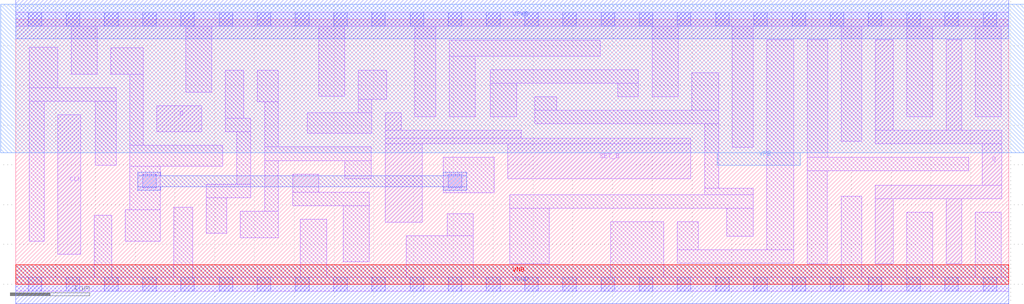
<source format=lef>
# Copyright 2020 The SkyWater PDK Authors
#
# Licensed under the Apache License, Version 2.0 (the "License");
# you may not use this file except in compliance with the License.
# You may obtain a copy of the License at
#
#     https://www.apache.org/licenses/LICENSE-2.0
#
# Unless required by applicable law or agreed to in writing, software
# distributed under the License is distributed on an "AS IS" BASIS,
# WITHOUT WARRANTIES OR CONDITIONS OF ANY KIND, either express or implied.
# See the License for the specific language governing permissions and
# limitations under the License.
#
# SPDX-License-Identifier: Apache-2.0

VERSION 5.7 ;
  NOWIREEXTENSIONATPIN ON ;
  DIVIDERCHAR "/" ;
  BUSBITCHARS "[]" ;
MACRO sky130_fd_sc_lp__dfstp_4
  CLASS CORE ;
  FOREIGN sky130_fd_sc_lp__dfstp_4 ;
  ORIGIN  0.000000  0.000000 ;
  SIZE  12.48000 BY  3.330000 ;
  SYMMETRY X Y R90 ;
  SITE unit ;
  PIN D
    ANTENNAGATEAREA  0.126000 ;
    DIRECTION INPUT ;
    USE SIGNAL ;
    PORT
      LAYER li1 ;
        RECT 1.770000 1.915000 2.340000 2.245000 ;
    END
  END D
  PIN Q
    ANTENNADIFFAREA  1.176000 ;
    DIRECTION OUTPUT ;
    USE SIGNAL ;
    PORT
      LAYER li1 ;
        RECT 10.800000 0.255000 11.025000 1.075000 ;
        RECT 10.800000 1.075000 12.390000 1.245000 ;
        RECT 10.800000 1.765000 12.390000 1.935000 ;
        RECT 10.800000 1.935000 11.025000 3.075000 ;
        RECT 11.695000 0.255000 11.885000 1.075000 ;
        RECT 11.695000 1.935000 11.885000 3.075000 ;
        RECT 12.145000 1.245000 12.390000 1.765000 ;
    END
  END Q
  PIN SET_B
    ANTENNAGATEAREA  0.252000 ;
    DIRECTION INPUT ;
    USE SIGNAL ;
    PORT
      LAYER li1 ;
        RECT 4.645000 0.780000 5.110000 1.765000 ;
        RECT 4.645000 1.765000 8.485000 1.835000 ;
        RECT 4.645000 1.835000 6.350000 1.935000 ;
        RECT 4.645000 1.935000 4.845000 2.155000 ;
        RECT 6.180000 1.325000 8.485000 1.765000 ;
    END
  END SET_B
  PIN CLK
    ANTENNAGATEAREA  0.159000 ;
    DIRECTION INPUT ;
    USE CLOCK ;
    PORT
      LAYER li1 ;
        RECT 0.530000 0.380000 0.815000 2.130000 ;
    END
  END CLK
  PIN VGND
    DIRECTION INOUT ;
    USE GROUND ;
    PORT
      LAYER met1 ;
        RECT 0.000000 -0.245000 12.480000 0.245000 ;
    END
  END VGND
  PIN VNB
    DIRECTION INOUT ;
    USE GROUND ;
    PORT
      LAYER pwell ;
        RECT 0.000000 0.000000 12.480000 0.245000 ;
    END
  END VNB
  PIN VPB
    DIRECTION INOUT ;
    USE POWER ;
    PORT
      LAYER nwell ;
        RECT -0.190000 1.655000 12.670000 3.520000 ;
        RECT  8.815000 1.495000  9.855000 1.655000 ;
    END
  END VPB
  PIN VPWR
    DIRECTION INOUT ;
    USE POWER ;
    PORT
      LAYER met1 ;
        RECT 0.000000 3.085000 12.480000 3.575000 ;
    END
  END VPWR
  OBS
    LAYER li1 ;
      RECT  0.000000 -0.085000 12.480000 0.085000 ;
      RECT  0.000000  3.245000 12.480000 3.415000 ;
      RECT  0.170000  0.540000  0.360000 2.300000 ;
      RECT  0.170000  2.300000  1.260000 2.470000 ;
      RECT  0.170000  2.470000  0.525000 2.975000 ;
      RECT  0.695000  2.640000  1.025000 3.245000 ;
      RECT  0.985000  0.085000  1.205000 0.870000 ;
      RECT  1.000000  1.495000  1.260000 2.300000 ;
      RECT  1.195000  2.640000  1.600000 2.970000 ;
      RECT  1.375000  0.540000  1.815000 0.935000 ;
      RECT  1.430000  0.935000  1.815000 1.485000 ;
      RECT  1.430000  1.485000  2.600000 1.745000 ;
      RECT  1.430000  1.745000  1.600000 2.640000 ;
      RECT  1.985000  0.085000  2.225000 0.970000 ;
      RECT  2.135000  2.415000  2.465000 3.245000 ;
      RECT  2.395000  0.640000  2.650000 1.085000 ;
      RECT  2.395000  1.085000  2.950000 1.255000 ;
      RECT  2.635000  1.915000  2.950000 2.085000 ;
      RECT  2.635000  2.085000  2.865000 2.690000 ;
      RECT  2.780000  1.255000  2.950000 1.915000 ;
      RECT  2.820000  0.585000  3.300000 0.915000 ;
      RECT  3.035000  2.295000  3.300000 2.690000 ;
      RECT  3.130000  0.915000  3.300000 1.555000 ;
      RECT  3.130000  1.555000  4.465000 1.725000 ;
      RECT  3.130000  1.725000  3.300000 2.295000 ;
      RECT  3.480000  0.985000  4.445000 1.155000 ;
      RECT  3.480000  1.155000  3.810000 1.385000 ;
      RECT  3.575000  0.085000  3.905000 0.815000 ;
      RECT  3.660000  1.895000  4.475000 2.155000 ;
      RECT  3.805000  2.360000  4.135000 3.245000 ;
      RECT  4.115000  0.285000  4.445000 0.985000 ;
      RECT  4.135000  1.325000  4.465000 1.555000 ;
      RECT  4.305000  2.155000  4.475000 2.325000 ;
      RECT  4.305000  2.325000  4.660000 2.690000 ;
      RECT  4.905000  0.085000  5.750000 0.610000 ;
      RECT  5.015000  2.105000  5.275000 3.245000 ;
      RECT  5.370000  1.150000  6.010000 1.595000 ;
      RECT  5.420000  0.610000  5.750000 0.885000 ;
      RECT  5.445000  2.105000  5.775000 2.865000 ;
      RECT  5.445000  2.865000  7.345000 3.065000 ;
      RECT  5.965000  2.105000  6.295000 2.525000 ;
      RECT  5.965000  2.525000  7.825000 2.695000 ;
      RECT  6.210000  0.255000  6.705000 0.955000 ;
      RECT  6.210000  0.955000  9.265000 1.125000 ;
      RECT  6.520000  2.015000  8.835000 2.185000 ;
      RECT  6.520000  2.185000  6.795000 2.355000 ;
      RECT  7.475000  0.085000  8.145000 0.785000 ;
      RECT  7.565000  2.355000  7.825000 2.525000 ;
      RECT  7.995000  2.355000  8.325000 3.245000 ;
      RECT  8.315000  0.265000  9.775000 0.435000 ;
      RECT  8.315000  0.435000  8.575000 0.785000 ;
      RECT  8.495000  2.185000  8.835000 2.660000 ;
      RECT  8.655000  1.125000  9.265000 1.205000 ;
      RECT  8.655000  1.205000  8.835000 2.015000 ;
      RECT  8.935000  0.605000  9.265000 0.955000 ;
      RECT  9.005000  1.720000  9.265000 3.245000 ;
      RECT  9.435000  0.435000  9.775000 3.075000 ;
      RECT  9.945000  0.255000 10.200000 1.425000 ;
      RECT  9.945000  1.425000 11.975000 1.595000 ;
      RECT  9.945000  1.595000 10.205000 3.075000 ;
      RECT 10.370000  0.085000 10.630000 1.105000 ;
      RECT 10.375000  1.795000 10.630000 3.245000 ;
      RECT 11.195000  0.085000 11.525000 0.905000 ;
      RECT 11.195000  2.105000 11.525000 3.245000 ;
      RECT 12.055000  0.085000 12.385000 0.905000 ;
      RECT 12.055000  2.105000 12.385000 3.245000 ;
    LAYER mcon ;
      RECT  0.155000 -0.085000  0.325000 0.085000 ;
      RECT  0.155000  3.245000  0.325000 3.415000 ;
      RECT  0.635000 -0.085000  0.805000 0.085000 ;
      RECT  0.635000  3.245000  0.805000 3.415000 ;
      RECT  1.115000 -0.085000  1.285000 0.085000 ;
      RECT  1.115000  3.245000  1.285000 3.415000 ;
      RECT  1.595000 -0.085000  1.765000 0.085000 ;
      RECT  1.595000  1.210000  1.765000 1.380000 ;
      RECT  1.595000  3.245000  1.765000 3.415000 ;
      RECT  2.075000 -0.085000  2.245000 0.085000 ;
      RECT  2.075000  3.245000  2.245000 3.415000 ;
      RECT  2.555000 -0.085000  2.725000 0.085000 ;
      RECT  2.555000  3.245000  2.725000 3.415000 ;
      RECT  3.035000 -0.085000  3.205000 0.085000 ;
      RECT  3.035000  3.245000  3.205000 3.415000 ;
      RECT  3.515000 -0.085000  3.685000 0.085000 ;
      RECT  3.515000  3.245000  3.685000 3.415000 ;
      RECT  3.995000 -0.085000  4.165000 0.085000 ;
      RECT  3.995000  3.245000  4.165000 3.415000 ;
      RECT  4.475000 -0.085000  4.645000 0.085000 ;
      RECT  4.475000  3.245000  4.645000 3.415000 ;
      RECT  4.955000 -0.085000  5.125000 0.085000 ;
      RECT  4.955000  3.245000  5.125000 3.415000 ;
      RECT  5.435000 -0.085000  5.605000 0.085000 ;
      RECT  5.435000  1.210000  5.605000 1.380000 ;
      RECT  5.435000  3.245000  5.605000 3.415000 ;
      RECT  5.915000 -0.085000  6.085000 0.085000 ;
      RECT  5.915000  3.245000  6.085000 3.415000 ;
      RECT  6.395000 -0.085000  6.565000 0.085000 ;
      RECT  6.395000  3.245000  6.565000 3.415000 ;
      RECT  6.875000 -0.085000  7.045000 0.085000 ;
      RECT  6.875000  3.245000  7.045000 3.415000 ;
      RECT  7.355000 -0.085000  7.525000 0.085000 ;
      RECT  7.355000  3.245000  7.525000 3.415000 ;
      RECT  7.835000 -0.085000  8.005000 0.085000 ;
      RECT  7.835000  3.245000  8.005000 3.415000 ;
      RECT  8.315000 -0.085000  8.485000 0.085000 ;
      RECT  8.315000  3.245000  8.485000 3.415000 ;
      RECT  8.795000 -0.085000  8.965000 0.085000 ;
      RECT  8.795000  3.245000  8.965000 3.415000 ;
      RECT  9.275000 -0.085000  9.445000 0.085000 ;
      RECT  9.275000  3.245000  9.445000 3.415000 ;
      RECT  9.755000 -0.085000  9.925000 0.085000 ;
      RECT  9.755000  3.245000  9.925000 3.415000 ;
      RECT 10.235000 -0.085000 10.405000 0.085000 ;
      RECT 10.235000  3.245000 10.405000 3.415000 ;
      RECT 10.715000 -0.085000 10.885000 0.085000 ;
      RECT 10.715000  3.245000 10.885000 3.415000 ;
      RECT 11.195000 -0.085000 11.365000 0.085000 ;
      RECT 11.195000  3.245000 11.365000 3.415000 ;
      RECT 11.675000 -0.085000 11.845000 0.085000 ;
      RECT 11.675000  3.245000 11.845000 3.415000 ;
      RECT 12.155000 -0.085000 12.325000 0.085000 ;
      RECT 12.155000  3.245000 12.325000 3.415000 ;
    LAYER met1 ;
      RECT 1.535000 1.180000 1.825000 1.225000 ;
      RECT 1.535000 1.225000 5.665000 1.365000 ;
      RECT 1.535000 1.365000 1.825000 1.410000 ;
      RECT 5.375000 1.180000 5.665000 1.225000 ;
      RECT 5.375000 1.365000 5.665000 1.410000 ;
  END
END sky130_fd_sc_lp__dfstp_4
END LIBRARY

</source>
